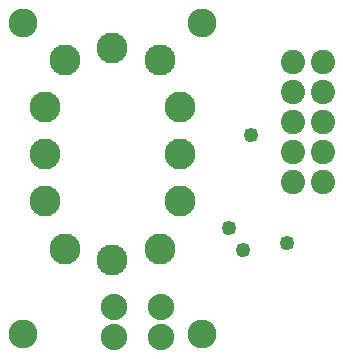
<source format=gts>
G04 MADE WITH FRITZING*
G04 WWW.FRITZING.ORG*
G04 DOUBLE SIDED*
G04 HOLES PLATED*
G04 CONTOUR ON CENTER OF CONTOUR VECTOR*
%ASAXBY*%
%FSLAX23Y23*%
%MOIN*%
%OFA0B0*%
%SFA1.0B1.0*%
%ADD10C,0.049370*%
%ADD11C,0.096614*%
%ADD12C,0.080889*%
%ADD13C,0.067000*%
%ADD14C,0.103195*%
%ADD15C,0.088000*%
%LNMASK1*%
G90*
G70*
G54D10*
X832Y737D03*
X760Y425D03*
X808Y353D03*
X952Y377D03*
G54D11*
X72Y74D03*
X670Y1109D03*
X671Y74D03*
X72Y1109D03*
G54D12*
X972Y580D03*
X1072Y580D03*
X972Y680D03*
X1072Y680D03*
X972Y780D03*
X1072Y780D03*
X972Y880D03*
X1072Y880D03*
X972Y980D03*
X1072Y980D03*
G54D13*
X972Y580D03*
X1072Y580D03*
X972Y680D03*
X1072Y680D03*
X972Y780D03*
X1072Y780D03*
X972Y880D03*
X1072Y880D03*
X972Y980D03*
X1072Y980D03*
G54D14*
X529Y357D03*
X598Y515D03*
X214Y357D03*
X145Y515D03*
X145Y672D03*
X145Y830D03*
X214Y987D03*
X371Y1027D03*
X529Y987D03*
X598Y830D03*
X598Y672D03*
X371Y318D03*
X529Y357D03*
X598Y515D03*
X214Y357D03*
X145Y515D03*
X145Y672D03*
X145Y830D03*
X214Y987D03*
X371Y1027D03*
X529Y987D03*
X598Y830D03*
X598Y672D03*
X371Y318D03*
G54D15*
X533Y64D03*
X533Y164D03*
X533Y64D03*
X533Y164D03*
X375Y62D03*
X375Y162D03*
X375Y62D03*
X375Y162D03*
G04 End of Mask1*
M02*
</source>
